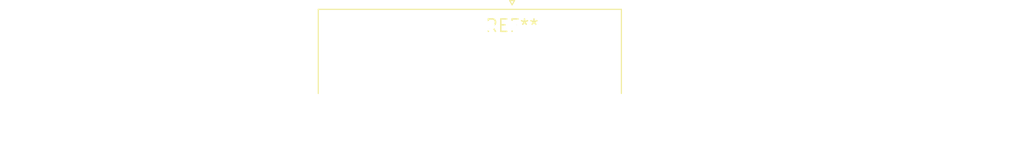
<source format=kicad_pcb>
(kicad_pcb (version 20240108) (generator pcbnew)
  (layers (0 "F.Cu" signal) (31 "B.Cu" signal) (34 "B.Paste" user) (35 "F.Paste" user) (36 "B.SilkS" user "B.Silkscreen") (37 "F.SilkS" user "F.Silkscreen") (38 "B.Mask" user) (39 "F.Mask" user) (44 "Edge.Cuts" user))
  (net 0 "")
  (footprint "DSUB-15-HD_Female_Horizontal_P2.29x1.98mm_EdgePinOffset3.03mm_Housed_MountingHolesOffset4.94mm" (layer "F.Cu") (at 0 0)
    (property "Reference" "REF**")
    (property "Value" "DSUB-15-HD_Female_Horizontal_P2.29x1.98mm_EdgePinOffset3.03mm_Housed_MountingHolesOffset4.94mm")
    (fp_line (start -19.8 -1.67) (end 11.17 -1.67) (layer "F.SilkS") (stroke (width 0.12)))
    (fp_line (start -19.8 6.93) (end -19.8 -1.67) (layer "F.SilkS") (stroke (width 0.12)))
    (fp_line (start -0.25 -2.564338) (end 0.25 -2.564338) (layer "F.SilkS") (stroke (width 0.12)))
    (fp_line (start 0 -2.131325) (end -0.25 -2.564338) (layer "F.SilkS") (stroke (width 0.12)))
    (fp_line (start 0.25 -2.564338) (end 0 -2.131325) (layer "F.SilkS") (stroke (width 0.12)))
    (fp_line (start 11.17 -1.67) (end 11.17 6.93) (layer "F.SilkS") (stroke (width 0.12)))
    (pad "0" thru_hole circle (at -16.815 2.05) (size 4 4) (drill 3.2) (layers *.Cu *.Mask) (remove_unused_layers))
    (pad "0" thru_hole circle (at 8.185 2.05) (size 4 4) (drill 3.2) (layers *.Cu *.Mask) (remove_unused_layers))
    (pad "1" thru_hole rect (at 0 0) (size 1.6 1.6) (drill 1) (layers *.Cu *.Mask) (remove_unused_layers))
    (pad "2" thru_hole circle (at -2.29 0) (size 1.6 1.6) (drill 1) (layers *.Cu *.Mask) (remove_unused_layers))
    (pad "3" thru_hole circle (at -4.58 0) (size 1.6 1.6) (drill 1) (layers *.Cu *.Mask) (remove_unused_layers))
    (pad "4" thru_hole circle (at -6.87 0) (size 1.6 1.6) (drill 1) (layers *.Cu *.Mask) (remove_unused_layers))
    (pad "5" thru_hole circle (at -9.16 0) (size 1.6 1.6) (drill 1) (layers *.Cu *.Mask) (remove_unused_layers))
    (pad "6" thru_hole circle (at 1.145 1.98) (size 1.6 1.6) (drill 1) (layers *.Cu *.Mask) (remove_unused_layers))
    (pad "7" thru_hole circle (at -1.145 1.98) (size 1.6 1.6) (drill 1) (layers *.Cu *.Mask) (remove_unused_layers))
    (pad "8" thru_hole circle (at -3.435 1.98) (size 1.6 1.6) (drill 1) (layers *.Cu *.Mask) (remove_unused_layers))
    (pad "9" thru_hole circle (at -5.725 1.98) (size 1.6 1.6) (drill 1) (layers *.Cu *.Mask) (remove_unused_layers))
    (pad "10" thru_hole circle (at -8.015 1.98) (size 1.6 1.6) (drill 1) (layers *.Cu *.Mask) (remove_unused_layers))
    (pad "11" thru_hole circle (at 0 3.96) (size 1.6 1.6) (drill 1) (layers *.Cu *.Mask) (remove_unused_layers))
    (pad "12" thru_hole circle (at -2.29 3.96) (size 1.6 1.6) (drill 1) (layers *.Cu *.Mask) (remove_unused_layers))
    (pad "13" thru_hole circle (at -4.58 3.96) (size 1.6 1.6) (drill 1) (layers *.Cu *.Mask) (remove_unused_layers))
    (pad "14" thru_hole circle (at -6.87 3.96) (size 1.6 1.6) (drill 1) (layers *.Cu *.Mask) (remove_unused_layers))
    (pad "15" thru_hole circle (at -9.16 3.96) (size 1.6 1.6) (drill 1) (layers *.Cu *.Mask) (remove_unused_layers))
  )
)
</source>
